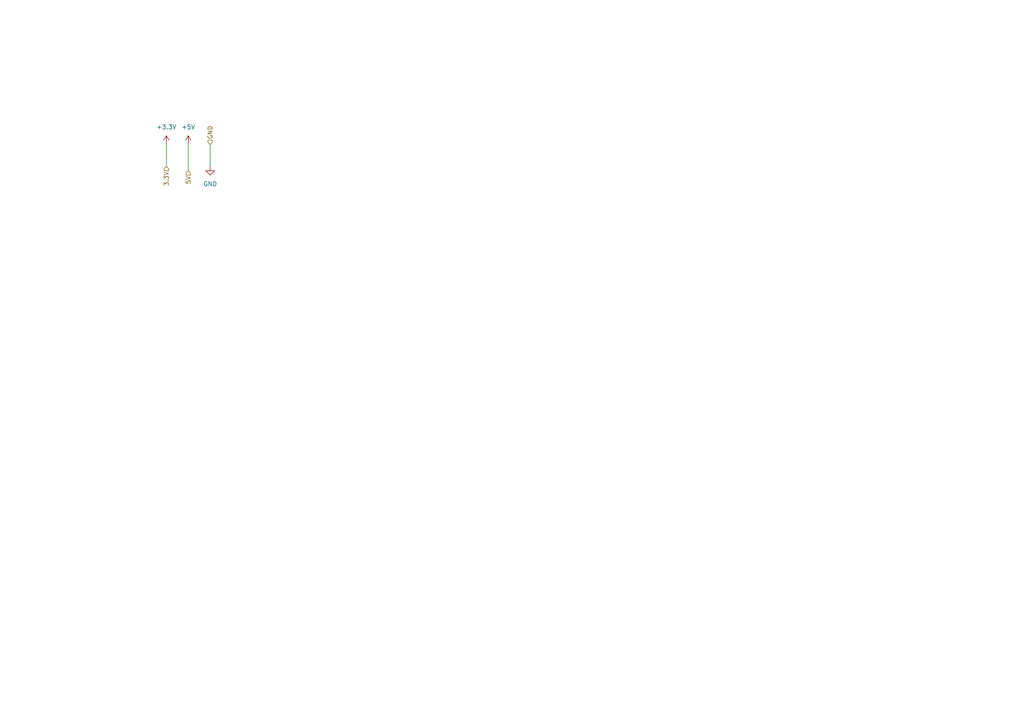
<source format=kicad_sch>
(kicad_sch (version 20230121) (generator eeschema)
  (paper "A4")
  (lib_symbols
    (symbol "power:+3.3V" (power) (pin_names (offset 0))
      (property "Value" "+3.3V" (at 0 3.556 0))
      (symbol "+3.3V_0_1"
        (polyline (pts (xy -0.762 1.27) (xy 0 2.54)))
        (polyline (pts (xy 0 0) (xy 0 2.54)))
        (polyline (pts (xy 0 2.54) (xy 0.762 1.27)))
      )
      (symbol "+3.3V_1_1"
        (pin power_in line (at 0 0 90) (length 0) hide (name "+3.3V") (number "1"))
      )
    )
    (symbol "power:+5V" (power) (pin_names (offset 0))
      (property "Value" "+5V" (at 0 3.556 0))
      (symbol "+5V_0_1"
        (polyline (pts (xy -0.762 1.27) (xy 0 2.54)))
        (polyline (pts (xy 0 0) (xy 0 2.54)))
        (polyline (pts (xy 0 2.54) (xy 0.762 1.27)))
      )
      (symbol "+5V_1_1"
        (pin power_in line (at 0 0 90) (length 0) hide (name "+5V") (number "1"))
      )
    )
    (symbol "power:GND" (power) (pin_names (offset 0))
      (property "Value" "GND" (at 0 -3.81 0))
      (symbol "GND_0_1"
        (polyline (pts (xy 0 0) (xy 0 -1.27) (xy 1.27 -1.27) (xy 0 -2.54) (xy -1.27 -1.27) (xy 0 -1.27)))
      )
      (symbol "GND_1_1"
        (pin power_in line (at 0 0 270) (length 0) hide (name "GND") (number "1"))
      )
    )
  )
  (wire (pts (xy 60.96 41.91) (xy 60.96 48.26)))
  (wire (pts (xy 48.26 41.91) (xy 48.26 48.26)))
  (wire (pts (xy 54.61 41.91) (xy 54.61 49.53)))
  (hierarchical_label "5V" (shape input) (at 54.61 49.53 270))
  (hierarchical_label "3.3V" (shape input) (at 48.26 48.26 270))
  (hierarchical_label "GND" (shape input) (at 60.96 41.91 90))
  (symbol (lib_id "power:GND") (at 60.96 48.26 0) (unit 1)
    (property "Reference" "#PWR03" (effects hide))
    (property "Value" "GND" (at 60.96 53.34 0))
  )
  (symbol (lib_id "power:+5V") (at 54.61 41.91 0) (unit 1)
    (property "Reference" "#PWR02" (effects hide))
    (property "Value" "+5V" (at 54.61 36.83 0))
  )
  (symbol (lib_id "power:+3.3V") (at 48.26 41.91 0) (unit 1)
    (property "Reference" "#PWR01" (effects hide))
    (property "Value" "+3.3V" (at 48.26 36.83 0))
  )
)
</source>
